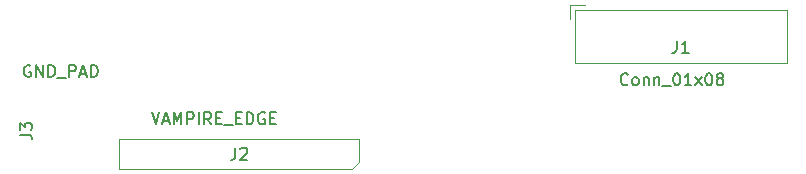
<source format=gbr>
%TF.GenerationSoftware,KiCad,Pcbnew,8.0.1*%
%TF.CreationDate,2024-04-14T20:51:43+02:00*%
%TF.ProjectId,vampire_pcb,76616d70-6972-4655-9f70-63622e6b6963,rev?*%
%TF.SameCoordinates,Original*%
%TF.FileFunction,AssemblyDrawing,Top*%
%FSLAX46Y46*%
G04 Gerber Fmt 4.6, Leading zero omitted, Abs format (unit mm)*
G04 Created by KiCad (PCBNEW 8.0.1) date 2024-04-14 20:51:43*
%MOMM*%
%LPD*%
G01*
G04 APERTURE LIST*
%ADD10C,0.150000*%
%ADD11C,0.100000*%
G04 APERTURE END LIST*
D10*
X101690476Y-61454819D02*
X102023809Y-62454819D01*
X102023809Y-62454819D02*
X102357142Y-61454819D01*
X102642857Y-62169104D02*
X103119047Y-62169104D01*
X102547619Y-62454819D02*
X102880952Y-61454819D01*
X102880952Y-61454819D02*
X103214285Y-62454819D01*
X103547619Y-62454819D02*
X103547619Y-61454819D01*
X103547619Y-61454819D02*
X103880952Y-62169104D01*
X103880952Y-62169104D02*
X104214285Y-61454819D01*
X104214285Y-61454819D02*
X104214285Y-62454819D01*
X104690476Y-62454819D02*
X104690476Y-61454819D01*
X104690476Y-61454819D02*
X105071428Y-61454819D01*
X105071428Y-61454819D02*
X105166666Y-61502438D01*
X105166666Y-61502438D02*
X105214285Y-61550057D01*
X105214285Y-61550057D02*
X105261904Y-61645295D01*
X105261904Y-61645295D02*
X105261904Y-61788152D01*
X105261904Y-61788152D02*
X105214285Y-61883390D01*
X105214285Y-61883390D02*
X105166666Y-61931009D01*
X105166666Y-61931009D02*
X105071428Y-61978628D01*
X105071428Y-61978628D02*
X104690476Y-61978628D01*
X105690476Y-62454819D02*
X105690476Y-61454819D01*
X106738094Y-62454819D02*
X106404761Y-61978628D01*
X106166666Y-62454819D02*
X106166666Y-61454819D01*
X106166666Y-61454819D02*
X106547618Y-61454819D01*
X106547618Y-61454819D02*
X106642856Y-61502438D01*
X106642856Y-61502438D02*
X106690475Y-61550057D01*
X106690475Y-61550057D02*
X106738094Y-61645295D01*
X106738094Y-61645295D02*
X106738094Y-61788152D01*
X106738094Y-61788152D02*
X106690475Y-61883390D01*
X106690475Y-61883390D02*
X106642856Y-61931009D01*
X106642856Y-61931009D02*
X106547618Y-61978628D01*
X106547618Y-61978628D02*
X106166666Y-61978628D01*
X107166666Y-61931009D02*
X107499999Y-61931009D01*
X107642856Y-62454819D02*
X107166666Y-62454819D01*
X107166666Y-62454819D02*
X107166666Y-61454819D01*
X107166666Y-61454819D02*
X107642856Y-61454819D01*
X107833333Y-62550057D02*
X108595237Y-62550057D01*
X108833333Y-61931009D02*
X109166666Y-61931009D01*
X109309523Y-62454819D02*
X108833333Y-62454819D01*
X108833333Y-62454819D02*
X108833333Y-61454819D01*
X108833333Y-61454819D02*
X109309523Y-61454819D01*
X109738095Y-62454819D02*
X109738095Y-61454819D01*
X109738095Y-61454819D02*
X109976190Y-61454819D01*
X109976190Y-61454819D02*
X110119047Y-61502438D01*
X110119047Y-61502438D02*
X110214285Y-61597676D01*
X110214285Y-61597676D02*
X110261904Y-61692914D01*
X110261904Y-61692914D02*
X110309523Y-61883390D01*
X110309523Y-61883390D02*
X110309523Y-62026247D01*
X110309523Y-62026247D02*
X110261904Y-62216723D01*
X110261904Y-62216723D02*
X110214285Y-62311961D01*
X110214285Y-62311961D02*
X110119047Y-62407200D01*
X110119047Y-62407200D02*
X109976190Y-62454819D01*
X109976190Y-62454819D02*
X109738095Y-62454819D01*
X111261904Y-61502438D02*
X111166666Y-61454819D01*
X111166666Y-61454819D02*
X111023809Y-61454819D01*
X111023809Y-61454819D02*
X110880952Y-61502438D01*
X110880952Y-61502438D02*
X110785714Y-61597676D01*
X110785714Y-61597676D02*
X110738095Y-61692914D01*
X110738095Y-61692914D02*
X110690476Y-61883390D01*
X110690476Y-61883390D02*
X110690476Y-62026247D01*
X110690476Y-62026247D02*
X110738095Y-62216723D01*
X110738095Y-62216723D02*
X110785714Y-62311961D01*
X110785714Y-62311961D02*
X110880952Y-62407200D01*
X110880952Y-62407200D02*
X111023809Y-62454819D01*
X111023809Y-62454819D02*
X111119047Y-62454819D01*
X111119047Y-62454819D02*
X111261904Y-62407200D01*
X111261904Y-62407200D02*
X111309523Y-62359580D01*
X111309523Y-62359580D02*
X111309523Y-62026247D01*
X111309523Y-62026247D02*
X111119047Y-62026247D01*
X111738095Y-61931009D02*
X112071428Y-61931009D01*
X112214285Y-62454819D02*
X111738095Y-62454819D01*
X111738095Y-62454819D02*
X111738095Y-61454819D01*
X111738095Y-61454819D02*
X112214285Y-61454819D01*
X108776666Y-64454819D02*
X108776666Y-65169104D01*
X108776666Y-65169104D02*
X108729047Y-65311961D01*
X108729047Y-65311961D02*
X108633809Y-65407200D01*
X108633809Y-65407200D02*
X108490952Y-65454819D01*
X108490952Y-65454819D02*
X108395714Y-65454819D01*
X109205238Y-64550057D02*
X109252857Y-64502438D01*
X109252857Y-64502438D02*
X109348095Y-64454819D01*
X109348095Y-64454819D02*
X109586190Y-64454819D01*
X109586190Y-64454819D02*
X109681428Y-64502438D01*
X109681428Y-64502438D02*
X109729047Y-64550057D01*
X109729047Y-64550057D02*
X109776666Y-64645295D01*
X109776666Y-64645295D02*
X109776666Y-64740533D01*
X109776666Y-64740533D02*
X109729047Y-64883390D01*
X109729047Y-64883390D02*
X109157619Y-65454819D01*
X109157619Y-65454819D02*
X109776666Y-65454819D01*
X142011904Y-59059580D02*
X141964285Y-59107200D01*
X141964285Y-59107200D02*
X141821428Y-59154819D01*
X141821428Y-59154819D02*
X141726190Y-59154819D01*
X141726190Y-59154819D02*
X141583333Y-59107200D01*
X141583333Y-59107200D02*
X141488095Y-59011961D01*
X141488095Y-59011961D02*
X141440476Y-58916723D01*
X141440476Y-58916723D02*
X141392857Y-58726247D01*
X141392857Y-58726247D02*
X141392857Y-58583390D01*
X141392857Y-58583390D02*
X141440476Y-58392914D01*
X141440476Y-58392914D02*
X141488095Y-58297676D01*
X141488095Y-58297676D02*
X141583333Y-58202438D01*
X141583333Y-58202438D02*
X141726190Y-58154819D01*
X141726190Y-58154819D02*
X141821428Y-58154819D01*
X141821428Y-58154819D02*
X141964285Y-58202438D01*
X141964285Y-58202438D02*
X142011904Y-58250057D01*
X142583333Y-59154819D02*
X142488095Y-59107200D01*
X142488095Y-59107200D02*
X142440476Y-59059580D01*
X142440476Y-59059580D02*
X142392857Y-58964342D01*
X142392857Y-58964342D02*
X142392857Y-58678628D01*
X142392857Y-58678628D02*
X142440476Y-58583390D01*
X142440476Y-58583390D02*
X142488095Y-58535771D01*
X142488095Y-58535771D02*
X142583333Y-58488152D01*
X142583333Y-58488152D02*
X142726190Y-58488152D01*
X142726190Y-58488152D02*
X142821428Y-58535771D01*
X142821428Y-58535771D02*
X142869047Y-58583390D01*
X142869047Y-58583390D02*
X142916666Y-58678628D01*
X142916666Y-58678628D02*
X142916666Y-58964342D01*
X142916666Y-58964342D02*
X142869047Y-59059580D01*
X142869047Y-59059580D02*
X142821428Y-59107200D01*
X142821428Y-59107200D02*
X142726190Y-59154819D01*
X142726190Y-59154819D02*
X142583333Y-59154819D01*
X143345238Y-58488152D02*
X143345238Y-59154819D01*
X143345238Y-58583390D02*
X143392857Y-58535771D01*
X143392857Y-58535771D02*
X143488095Y-58488152D01*
X143488095Y-58488152D02*
X143630952Y-58488152D01*
X143630952Y-58488152D02*
X143726190Y-58535771D01*
X143726190Y-58535771D02*
X143773809Y-58631009D01*
X143773809Y-58631009D02*
X143773809Y-59154819D01*
X144250000Y-58488152D02*
X144250000Y-59154819D01*
X144250000Y-58583390D02*
X144297619Y-58535771D01*
X144297619Y-58535771D02*
X144392857Y-58488152D01*
X144392857Y-58488152D02*
X144535714Y-58488152D01*
X144535714Y-58488152D02*
X144630952Y-58535771D01*
X144630952Y-58535771D02*
X144678571Y-58631009D01*
X144678571Y-58631009D02*
X144678571Y-59154819D01*
X144916667Y-59250057D02*
X145678571Y-59250057D01*
X146107143Y-58154819D02*
X146202381Y-58154819D01*
X146202381Y-58154819D02*
X146297619Y-58202438D01*
X146297619Y-58202438D02*
X146345238Y-58250057D01*
X146345238Y-58250057D02*
X146392857Y-58345295D01*
X146392857Y-58345295D02*
X146440476Y-58535771D01*
X146440476Y-58535771D02*
X146440476Y-58773866D01*
X146440476Y-58773866D02*
X146392857Y-58964342D01*
X146392857Y-58964342D02*
X146345238Y-59059580D01*
X146345238Y-59059580D02*
X146297619Y-59107200D01*
X146297619Y-59107200D02*
X146202381Y-59154819D01*
X146202381Y-59154819D02*
X146107143Y-59154819D01*
X146107143Y-59154819D02*
X146011905Y-59107200D01*
X146011905Y-59107200D02*
X145964286Y-59059580D01*
X145964286Y-59059580D02*
X145916667Y-58964342D01*
X145916667Y-58964342D02*
X145869048Y-58773866D01*
X145869048Y-58773866D02*
X145869048Y-58535771D01*
X145869048Y-58535771D02*
X145916667Y-58345295D01*
X145916667Y-58345295D02*
X145964286Y-58250057D01*
X145964286Y-58250057D02*
X146011905Y-58202438D01*
X146011905Y-58202438D02*
X146107143Y-58154819D01*
X147392857Y-59154819D02*
X146821429Y-59154819D01*
X147107143Y-59154819D02*
X147107143Y-58154819D01*
X147107143Y-58154819D02*
X147011905Y-58297676D01*
X147011905Y-58297676D02*
X146916667Y-58392914D01*
X146916667Y-58392914D02*
X146821429Y-58440533D01*
X147726191Y-59154819D02*
X148250000Y-58488152D01*
X147726191Y-58488152D02*
X148250000Y-59154819D01*
X148821429Y-58154819D02*
X148916667Y-58154819D01*
X148916667Y-58154819D02*
X149011905Y-58202438D01*
X149011905Y-58202438D02*
X149059524Y-58250057D01*
X149059524Y-58250057D02*
X149107143Y-58345295D01*
X149107143Y-58345295D02*
X149154762Y-58535771D01*
X149154762Y-58535771D02*
X149154762Y-58773866D01*
X149154762Y-58773866D02*
X149107143Y-58964342D01*
X149107143Y-58964342D02*
X149059524Y-59059580D01*
X149059524Y-59059580D02*
X149011905Y-59107200D01*
X149011905Y-59107200D02*
X148916667Y-59154819D01*
X148916667Y-59154819D02*
X148821429Y-59154819D01*
X148821429Y-59154819D02*
X148726191Y-59107200D01*
X148726191Y-59107200D02*
X148678572Y-59059580D01*
X148678572Y-59059580D02*
X148630953Y-58964342D01*
X148630953Y-58964342D02*
X148583334Y-58773866D01*
X148583334Y-58773866D02*
X148583334Y-58535771D01*
X148583334Y-58535771D02*
X148630953Y-58345295D01*
X148630953Y-58345295D02*
X148678572Y-58250057D01*
X148678572Y-58250057D02*
X148726191Y-58202438D01*
X148726191Y-58202438D02*
X148821429Y-58154819D01*
X149726191Y-58583390D02*
X149630953Y-58535771D01*
X149630953Y-58535771D02*
X149583334Y-58488152D01*
X149583334Y-58488152D02*
X149535715Y-58392914D01*
X149535715Y-58392914D02*
X149535715Y-58345295D01*
X149535715Y-58345295D02*
X149583334Y-58250057D01*
X149583334Y-58250057D02*
X149630953Y-58202438D01*
X149630953Y-58202438D02*
X149726191Y-58154819D01*
X149726191Y-58154819D02*
X149916667Y-58154819D01*
X149916667Y-58154819D02*
X150011905Y-58202438D01*
X150011905Y-58202438D02*
X150059524Y-58250057D01*
X150059524Y-58250057D02*
X150107143Y-58345295D01*
X150107143Y-58345295D02*
X150107143Y-58392914D01*
X150107143Y-58392914D02*
X150059524Y-58488152D01*
X150059524Y-58488152D02*
X150011905Y-58535771D01*
X150011905Y-58535771D02*
X149916667Y-58583390D01*
X149916667Y-58583390D02*
X149726191Y-58583390D01*
X149726191Y-58583390D02*
X149630953Y-58631009D01*
X149630953Y-58631009D02*
X149583334Y-58678628D01*
X149583334Y-58678628D02*
X149535715Y-58773866D01*
X149535715Y-58773866D02*
X149535715Y-58964342D01*
X149535715Y-58964342D02*
X149583334Y-59059580D01*
X149583334Y-59059580D02*
X149630953Y-59107200D01*
X149630953Y-59107200D02*
X149726191Y-59154819D01*
X149726191Y-59154819D02*
X149916667Y-59154819D01*
X149916667Y-59154819D02*
X150011905Y-59107200D01*
X150011905Y-59107200D02*
X150059524Y-59059580D01*
X150059524Y-59059580D02*
X150107143Y-58964342D01*
X150107143Y-58964342D02*
X150107143Y-58773866D01*
X150107143Y-58773866D02*
X150059524Y-58678628D01*
X150059524Y-58678628D02*
X150011905Y-58631009D01*
X150011905Y-58631009D02*
X149916667Y-58583390D01*
X146166666Y-55404819D02*
X146166666Y-56119104D01*
X146166666Y-56119104D02*
X146119047Y-56261961D01*
X146119047Y-56261961D02*
X146023809Y-56357200D01*
X146023809Y-56357200D02*
X145880952Y-56404819D01*
X145880952Y-56404819D02*
X145785714Y-56404819D01*
X147166666Y-56404819D02*
X146595238Y-56404819D01*
X146880952Y-56404819D02*
X146880952Y-55404819D01*
X146880952Y-55404819D02*
X146785714Y-55547676D01*
X146785714Y-55547676D02*
X146690476Y-55642914D01*
X146690476Y-55642914D02*
X146595238Y-55690533D01*
X91428571Y-57502438D02*
X91333333Y-57454819D01*
X91333333Y-57454819D02*
X91190476Y-57454819D01*
X91190476Y-57454819D02*
X91047619Y-57502438D01*
X91047619Y-57502438D02*
X90952381Y-57597676D01*
X90952381Y-57597676D02*
X90904762Y-57692914D01*
X90904762Y-57692914D02*
X90857143Y-57883390D01*
X90857143Y-57883390D02*
X90857143Y-58026247D01*
X90857143Y-58026247D02*
X90904762Y-58216723D01*
X90904762Y-58216723D02*
X90952381Y-58311961D01*
X90952381Y-58311961D02*
X91047619Y-58407200D01*
X91047619Y-58407200D02*
X91190476Y-58454819D01*
X91190476Y-58454819D02*
X91285714Y-58454819D01*
X91285714Y-58454819D02*
X91428571Y-58407200D01*
X91428571Y-58407200D02*
X91476190Y-58359580D01*
X91476190Y-58359580D02*
X91476190Y-58026247D01*
X91476190Y-58026247D02*
X91285714Y-58026247D01*
X91904762Y-58454819D02*
X91904762Y-57454819D01*
X91904762Y-57454819D02*
X92476190Y-58454819D01*
X92476190Y-58454819D02*
X92476190Y-57454819D01*
X92952381Y-58454819D02*
X92952381Y-57454819D01*
X92952381Y-57454819D02*
X93190476Y-57454819D01*
X93190476Y-57454819D02*
X93333333Y-57502438D01*
X93333333Y-57502438D02*
X93428571Y-57597676D01*
X93428571Y-57597676D02*
X93476190Y-57692914D01*
X93476190Y-57692914D02*
X93523809Y-57883390D01*
X93523809Y-57883390D02*
X93523809Y-58026247D01*
X93523809Y-58026247D02*
X93476190Y-58216723D01*
X93476190Y-58216723D02*
X93428571Y-58311961D01*
X93428571Y-58311961D02*
X93333333Y-58407200D01*
X93333333Y-58407200D02*
X93190476Y-58454819D01*
X93190476Y-58454819D02*
X92952381Y-58454819D01*
X93714286Y-58550057D02*
X94476190Y-58550057D01*
X94714286Y-58454819D02*
X94714286Y-57454819D01*
X94714286Y-57454819D02*
X95095238Y-57454819D01*
X95095238Y-57454819D02*
X95190476Y-57502438D01*
X95190476Y-57502438D02*
X95238095Y-57550057D01*
X95238095Y-57550057D02*
X95285714Y-57645295D01*
X95285714Y-57645295D02*
X95285714Y-57788152D01*
X95285714Y-57788152D02*
X95238095Y-57883390D01*
X95238095Y-57883390D02*
X95190476Y-57931009D01*
X95190476Y-57931009D02*
X95095238Y-57978628D01*
X95095238Y-57978628D02*
X94714286Y-57978628D01*
X95666667Y-58169104D02*
X96142857Y-58169104D01*
X95571429Y-58454819D02*
X95904762Y-57454819D01*
X95904762Y-57454819D02*
X96238095Y-58454819D01*
X96571429Y-58454819D02*
X96571429Y-57454819D01*
X96571429Y-57454819D02*
X96809524Y-57454819D01*
X96809524Y-57454819D02*
X96952381Y-57502438D01*
X96952381Y-57502438D02*
X97047619Y-57597676D01*
X97047619Y-57597676D02*
X97095238Y-57692914D01*
X97095238Y-57692914D02*
X97142857Y-57883390D01*
X97142857Y-57883390D02*
X97142857Y-58026247D01*
X97142857Y-58026247D02*
X97095238Y-58216723D01*
X97095238Y-58216723D02*
X97047619Y-58311961D01*
X97047619Y-58311961D02*
X96952381Y-58407200D01*
X96952381Y-58407200D02*
X96809524Y-58454819D01*
X96809524Y-58454819D02*
X96571429Y-58454819D01*
X90554819Y-63333333D02*
X91269104Y-63333333D01*
X91269104Y-63333333D02*
X91411961Y-63380952D01*
X91411961Y-63380952D02*
X91507200Y-63476190D01*
X91507200Y-63476190D02*
X91554819Y-63619047D01*
X91554819Y-63619047D02*
X91554819Y-63714285D01*
X90554819Y-62952380D02*
X90554819Y-62333333D01*
X90554819Y-62333333D02*
X90935771Y-62666666D01*
X90935771Y-62666666D02*
X90935771Y-62523809D01*
X90935771Y-62523809D02*
X90983390Y-62428571D01*
X90983390Y-62428571D02*
X91031009Y-62380952D01*
X91031009Y-62380952D02*
X91126247Y-62333333D01*
X91126247Y-62333333D02*
X91364342Y-62333333D01*
X91364342Y-62333333D02*
X91459580Y-62380952D01*
X91459580Y-62380952D02*
X91507200Y-62428571D01*
X91507200Y-62428571D02*
X91554819Y-62523809D01*
X91554819Y-62523809D02*
X91554819Y-62809523D01*
X91554819Y-62809523D02*
X91507200Y-62904761D01*
X91507200Y-62904761D02*
X91459580Y-62952380D01*
D11*
%TO.C,J2*%
X98950000Y-63730000D02*
X119270000Y-63730000D01*
X98950000Y-66270000D02*
X98950000Y-63730000D01*
X118635000Y-66270000D02*
X98950000Y-66270000D01*
X119270000Y-63730000D02*
X119270000Y-65635000D01*
X119270000Y-65635000D02*
X118635000Y-66270000D01*
%TO.C,J1*%
X137140000Y-52340000D02*
X137140000Y-53590000D01*
X137550000Y-52750000D02*
X137550000Y-57250000D01*
X137550000Y-57250000D02*
X155450000Y-57250000D01*
X138390000Y-52340000D02*
X137140000Y-52340000D01*
X155450000Y-52750000D02*
X137550000Y-52750000D01*
X155450000Y-57250000D02*
X155450000Y-52750000D01*
%TD*%
M02*

</source>
